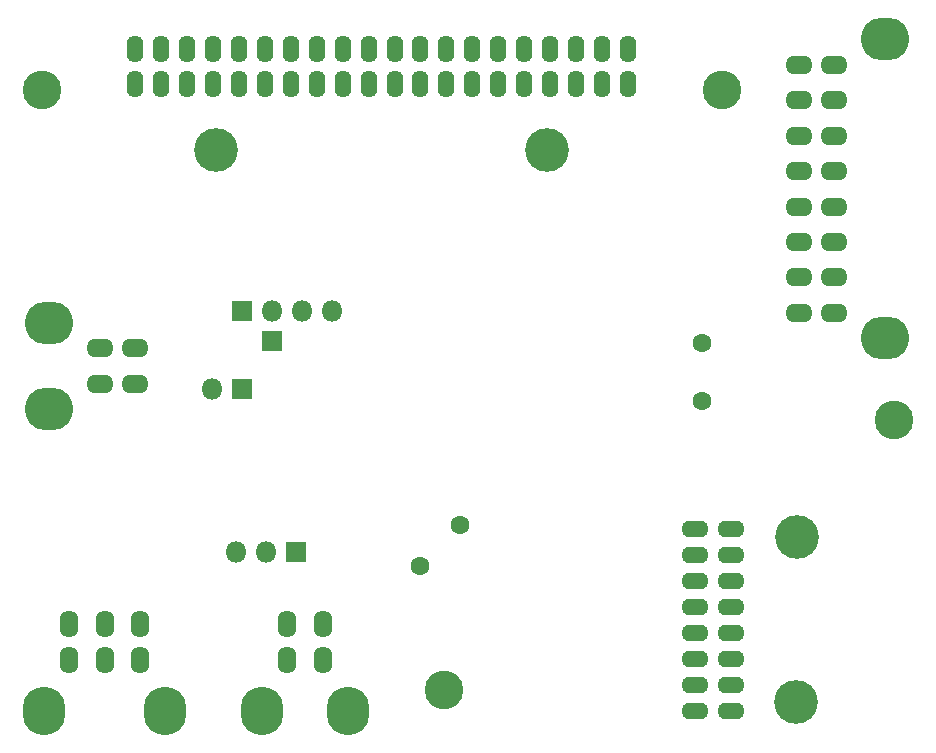
<source format=gbs>
G04 #@! TF.GenerationSoftware,KiCad,Pcbnew,(5.1.2)-2*
G04 #@! TF.CreationDate,2020-04-25T17:38:05-07:00*
G04 #@! TF.ProjectId,370Z_AC_Interface,3337305a-5f41-4435-9f49-6e7465726661,rev?*
G04 #@! TF.SameCoordinates,Original*
G04 #@! TF.FileFunction,Soldermask,Bot*
G04 #@! TF.FilePolarity,Negative*
%FSLAX46Y46*%
G04 Gerber Fmt 4.6, Leading zero omitted, Abs format (unit mm)*
G04 Created by KiCad (PCBNEW (5.1.2)-2) date 2020-04-25 17:38:05*
%MOMM*%
%LPD*%
G04 APERTURE LIST*
%ADD10O,1.801600X1.801600*%
%ADD11R,1.801600X1.801600*%
%ADD12O,4.101600X3.601600*%
%ADD13O,2.301600X1.601600*%
%ADD14C,1.601600*%
%ADD15O,2.301600X1.401600*%
%ADD16C,3.701600*%
%ADD17O,1.401600X2.301600*%
%ADD18O,1.601600X2.301600*%
%ADD19O,3.601600X4.101600*%
%ADD20C,3.276600*%
G04 APERTURE END LIST*
D10*
X129540000Y-90043000D03*
D11*
X132080000Y-90043000D03*
X134620000Y-85979000D03*
D12*
X115719000Y-91798000D03*
X115719000Y-84478000D03*
D13*
X120039000Y-89638000D03*
X120039000Y-86638000D03*
X123039000Y-86638000D03*
X123039000Y-89638000D03*
D14*
X171069000Y-91059000D03*
X171069000Y-86179000D03*
X150580181Y-101578319D03*
X147129500Y-105029000D03*
D10*
X139700000Y-83439000D03*
X137160000Y-83439000D03*
X134620000Y-83439000D03*
D11*
X132080000Y-83439000D03*
D10*
X131572000Y-103886000D03*
X134112000Y-103886000D03*
D11*
X136652000Y-103886000D03*
D15*
X170470000Y-108516000D03*
X170470000Y-101916000D03*
X173470000Y-117316000D03*
X170470000Y-117316000D03*
X173470000Y-115116000D03*
X170470000Y-115116000D03*
X173470000Y-112916000D03*
X170470000Y-112916000D03*
X173470000Y-110716000D03*
X170470000Y-110716000D03*
X173470000Y-108516000D03*
X173470000Y-106316000D03*
X170470000Y-106316000D03*
X173470000Y-104116000D03*
X170470000Y-104116000D03*
X173470000Y-101916000D03*
D16*
X179070000Y-102616000D03*
X178970000Y-116616000D03*
D17*
X142797000Y-64262000D03*
X122997000Y-64262000D03*
X122997000Y-61262000D03*
X125197000Y-64262000D03*
X125197000Y-61262000D03*
X127397000Y-64262000D03*
X127397000Y-61262000D03*
X129597000Y-64262000D03*
X129597000Y-61262000D03*
X131797000Y-64262000D03*
X131797000Y-61262000D03*
X133997000Y-64262000D03*
X133997000Y-61262000D03*
X136197000Y-64262000D03*
X136197000Y-61262000D03*
X138397000Y-64262000D03*
X138397000Y-61262000D03*
X140597000Y-64262000D03*
X140597000Y-61262000D03*
X142797000Y-61262000D03*
X144997000Y-64262000D03*
X144997000Y-61262000D03*
X147197000Y-64262000D03*
X147197000Y-61262000D03*
X149397000Y-64262000D03*
X149397000Y-61262000D03*
X151597000Y-64262000D03*
X151597000Y-61262000D03*
X153797000Y-64262000D03*
X153797000Y-61262000D03*
X155997000Y-64262000D03*
X155997000Y-61262000D03*
X158197000Y-64262000D03*
X158197000Y-61262000D03*
X160397000Y-64262000D03*
X160397000Y-61262000D03*
X162597000Y-64262000D03*
X162597000Y-61262000D03*
X164797000Y-64262000D03*
X164797000Y-61262000D03*
D16*
X129897000Y-69862000D03*
X157897000Y-69862000D03*
D18*
X138914000Y-110006000D03*
X135914000Y-110006000D03*
X135914000Y-113006000D03*
X138914000Y-113006000D03*
D19*
X133754000Y-117326000D03*
X141074000Y-117326000D03*
D18*
X120444000Y-109982000D03*
X123444000Y-109982000D03*
X117444000Y-109982000D03*
X117444000Y-112982000D03*
X120444000Y-112982000D03*
X123444000Y-112982000D03*
D19*
X115284000Y-117302000D03*
X125604000Y-117302000D03*
D13*
X179245000Y-62628000D03*
X179245000Y-68628000D03*
X179245000Y-62628000D03*
X179245000Y-83628000D03*
X182245000Y-83628000D03*
X182245000Y-68628000D03*
X182245000Y-62628000D03*
D12*
X186565000Y-85788000D03*
X186565000Y-60468000D03*
D13*
X179245000Y-65628000D03*
X182245000Y-65628000D03*
X179245000Y-71628000D03*
X182245000Y-71628000D03*
X179245000Y-74628000D03*
X182245000Y-74628000D03*
X179245000Y-77628000D03*
X182245000Y-77628000D03*
X179245000Y-80628000D03*
X182245000Y-80628000D03*
D20*
X115189000Y-64770000D03*
X172720000Y-64770000D03*
X187325000Y-92710000D03*
X149225000Y-115570000D03*
M02*

</source>
